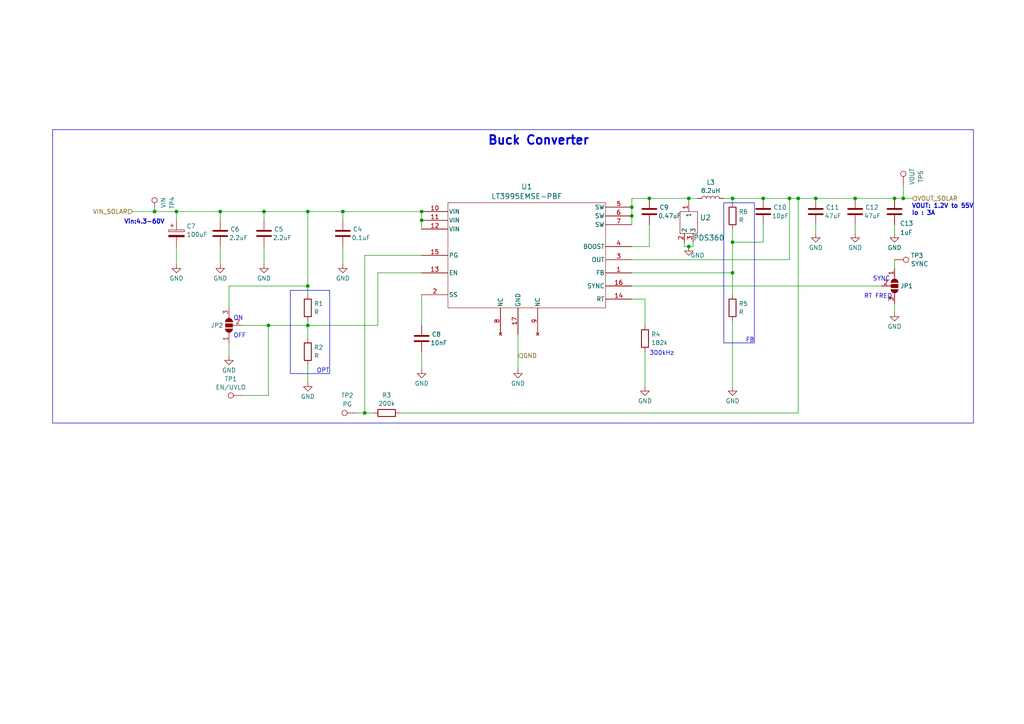
<source format=kicad_sch>
(kicad_sch (version 20230121) (generator eeschema)
  (paper "A4")
  (lib_symbols
    (symbol "Connector:TestPoint" (pin_numbers hide) (pin_names (offset 0.762) hide)
      (property "Reference" "TP" (at 0 6.858 0))
      (property "Value" "TestPoint" (at 0 5.08 0))
      (symbol "TestPoint_0_1"
        (circle (center 0 3.302) (radius 0.762))
      )
      (symbol "TestPoint_1_1"
        (pin passive line (at 0 0 90) (length 2.54) (name "1") (number "1"))
      )
    )
    (symbol "Device:C" (pin_numbers hide) (pin_names (offset 0.254))
      (property "Reference" "C" (at 0.635 2.54 0))
      (property "Value" "C" (at 0.635 -2.54 0))
      (symbol "C_0_1"
        (polyline (pts (xy -2.032 -0.762) (xy 2.032 -0.762)) (stroke (width 0.508)))
        (polyline (pts (xy -2.032 0.762) (xy 2.032 0.762)) (stroke (width 0.508)))
      )
      (symbol "C_1_1"
        (pin passive line (at 0 3.81 270) (length 2.794) (name "~") (number "1"))
        (pin passive line (at 0 -3.81 90) (length 2.794) (name "~") (number "2"))
      )
    )
    (symbol "Device:C_Polarized" (pin_numbers hide) (pin_names (offset 0.254))
      (property "Reference" "C" (at 0.635 2.54 0))
      (property "Value" "C_Polarized" (at 0.635 -2.54 0))
      (symbol "C_Polarized_0_1"
        (rectangle (start -2.286 0.508) (end 2.286 1.016))
        (polyline (pts (xy -1.778 2.286) (xy -0.762 2.286)))
        (polyline (pts (xy -1.27 2.794) (xy -1.27 1.778)))
        (rectangle (start 2.286 -0.508) (end -2.286 -1.016) (fill (type outline)))
      )
      (symbol "C_Polarized_1_1"
        (pin passive line (at 0 3.81 270) (length 2.794) (name "~") (number "1"))
        (pin passive line (at 0 -3.81 90) (length 2.794) (name "~") (number "2"))
      )
    )
    (symbol "Device:L" (pin_numbers hide) (pin_names (offset 1.016) hide)
      (property "Reference" "L" (at -1.27 0 90))
      (property "Value" "L" (at 1.905 0 90))
      (symbol "L_0_1"
        (arc (start 0 -2.54) (mid 0.6323 -1.905) (end 0 -1.27))
        (arc (start 0 -1.27) (mid 0.6323 -0.635) (end 0 0))
        (arc (start 0 0) (mid 0.6323 0.635) (end 0 1.27))
        (arc (start 0 1.27) (mid 0.6323 1.905) (end 0 2.54))
      )
      (symbol "L_1_1"
        (pin passive line (at 0 3.81 270) (length 1.27) (name "1") (number "1"))
        (pin passive line (at 0 -3.81 90) (length 1.27) (name "2") (number "2"))
      )
    )
    (symbol "Device:R" (pin_numbers hide) (pin_names (offset 0))
      (property "Reference" "R" (at 2.032 0 90))
      (property "Value" "R" (at 0 0 90))
      (symbol "R_0_1"
        (rectangle (start -1.016 -2.54) (end 1.016 2.54) (stroke (width 0.254)))
      )
      (symbol "R_1_1"
        (pin passive line (at 0 3.81 270) (length 1.27) (name "~") (number "1"))
        (pin passive line (at 0 -3.81 90) (length 1.27) (name "~") (number "2"))
      )
    )
    (symbol "Jumper:SolderJumper_3_Open" (pin_names (offset 0) hide)
      (property "Reference" "JP" (at -2.54 -2.54 0))
      (property "Value" "SolderJumper_3_Open" (at 0 2.794 0))
      (symbol "SolderJumper_3_Open_0_1"
        (arc (start -1.016 1.016) (mid -2.0276 0) (end -1.016 -1.016))
        (arc (start -1.016 1.016) (mid -2.0276 0) (end -1.016 -1.016) (fill (type outline)))
        (rectangle (start -0.508 1.016) (end 0.508 -1.016) (fill (type outline)))
        (polyline (pts (xy -2.54 0) (xy -2.032 0)))
        (polyline (pts (xy -1.016 1.016) (xy -1.016 -1.016)))
        (polyline (pts (xy 0 -1.27) (xy 0 -1.016)))
        (polyline (pts (xy 1.016 1.016) (xy 1.016 -1.016)))
        (polyline (pts (xy 2.54 0) (xy 2.032 0)))
        (arc (start 1.016 -1.016) (mid 2.0276 0) (end 1.016 1.016))
        (arc (start 1.016 -1.016) (mid 2.0276 0) (end 1.016 1.016) (fill (type outline)))
      )
      (symbol "SolderJumper_3_Open_1_1"
        (pin passive line (at -5.08 0 0) (length 2.54) (name "A") (number "1"))
        (pin passive line (at 0 -3.81 90) (length 2.54) (name "C") (number "2"))
        (pin passive line (at 5.08 0 180) (length 2.54) (name "B") (number "3"))
      )
    )
    (symbol "power:GND" (power) (pin_names (offset 0))
      (property "Value" "GND" (at 0 -3.81 0))
      (symbol "GND_0_1"
        (polyline (pts (xy 0 0) (xy 0 -1.27) (xy 1.27 -1.27) (xy 0 -2.54) (xy -1.27 -1.27) (xy 0 -1.27)))
      )
      (symbol "GND_1_1"
        (pin power_in line (at 0 0 270) (length 0) hide (name "GND") (number "1"))
      )
    )
    (symbol "ul_LT3995EMSE-PBF:LT3995EMSE-PBF" (pin_names (offset 0.254))
      (property "Reference" "U1" (at 30.48 9.7737 0))
      (property "Value" "LT3995EMSE-PBF" (at 30.48 6.9409 0))
      (symbol "LT3995EMSE-PBF_0_1"
        (polyline (pts (xy 7.62 -25.4) (xy 53.34 -25.4)) (stroke (width 0.127)))
        (polyline (pts (xy 7.62 5.08) (xy 7.62 -25.4)) (stroke (width 0.127)))
        (polyline (pts (xy 53.34 -25.4) (xy 53.34 5.08)) (stroke (width 0.127)))
        (polyline (pts (xy 53.34 5.08) (xy 7.62 5.08)) (stroke (width 0.127)))
        (pin unspecified line (at 60.96 -15.24 180) (length 7.62) (name "FB") (number "1"))
        (pin input line (at 0 2.54 0) (length 7.62) (name "VIN") (number "10"))
        (pin input line (at 0 0 0) (length 7.62) (name "VIN") (number "11"))
        (pin input line (at 0 -2.54 0) (length 7.62) (name "VIN") (number "12"))
        (pin unspecified line (at 0 -15.24 0) (length 7.62) (name "EN") (number "13"))
        (pin unspecified line (at 60.96 -22.86 180) (length 7.62) (name "RT") (number "14"))
        (pin unspecified line (at 0 -10.16 0) (length 7.62) (name "PG") (number "15"))
        (pin unspecified line (at 60.96 -19.05 180) (length 7.62) (name "SYNC") (number "16"))
        (pin power_in line (at 27.94 -33.02 90) (length 7.62) (name "GND") (number "17"))
        (pin unspecified line (at 0 -21.59 0) (length 7.62) (name "SS") (number "2"))
        (pin output line (at 60.96 -11.43 180) (length 7.62) (name "OUT") (number "3"))
        (pin unspecified line (at 60.96 -7.62 180) (length 7.62) (name "BOOST") (number "4"))
        (pin unspecified line (at 60.96 3.81 180) (length 7.62) (name "SW") (number "5"))
        (pin unspecified line (at 60.96 1.27 180) (length 7.62) (name "SW") (number "6"))
        (pin unspecified line (at 60.96 -1.27 180) (length 7.62) (name "SW") (number "7"))
        (pin no_connect line (at 22.86 -33.02 90) (length 7.62) (name "NC") (number "8"))
        (pin no_connect line (at 33.655 -33.02 90) (length 7.62) (name "NC") (number "9"))
      )
    )
    (symbol "ul_PDS360-13:PDS360-13" (pin_names (offset 0.254))
      (property "Reference" "U2" (at 9.3786 3.175 90))
      (property "Value" "PDS360-13" (at 12.2114 3.175 90))
      (symbol "PDS360-13_1_1"
        (rectangle (start 7.62 2.54) (end 13.97 -2.54))
        (pin unspecified line (at 5.08 0 0) (length 2.54) (name "1") (number "1"))
        (pin unspecified line (at 16.51 -1.27 180) (length 2.54) (name "2") (number "2"))
        (pin unspecified line (at 16.51 1.27 180) (length 2.54) (name "3") (number "3"))
      )
    )
  )
  (junction (at 44.8284 61.3591))
  (junction (at 105.7884 119.7791))
  (junction (at 188.3384 57.5491))
  (junction (at 76.5784 61.3591))
  (junction (at 51.1784 61.3591))
  (junction (at 77.8484 94.3791))
  (junction (at 183.2584 60.0891))
  (junction (at 89.2784 94.3791))
  (junction (at 228.9784 57.5491))
  (junction (at 212.4684 70.2491))
  (junction (at 261.9984 57.5491))
  (junction (at 63.8784 61.3591))
  (junction (at 212.4684 79.1391))
  (junction (at 248.0284 57.5491))
  (junction (at 122.2984 61.3591))
  (junction (at 221.3584 57.5491))
  (junction (at 89.2784 61.3591))
  (junction (at 212.4684 57.5491))
  (junction (at 236.5984 57.5491))
  (junction (at 259.4584 57.5491))
  (junction (at 199.7684 57.5491))
  (junction (at 89.2784 82.9491))
  (junction (at 122.2984 63.8991))
  (junction (at 231.5184 57.5491))
  (junction (at 199.7684 71.5191))
  (junction (at 99.4384 61.3591))
  (junction (at 183.2584 62.6291))
  (wire (pts (xy 76.5784 63.8991) (xy 76.5784 61.3591)))
  (wire (pts (xy 122.2984 63.8991) (xy 122.2984 66.4391)))
  (wire (pts (xy 76.5784 61.3591) (xy 89.2784 61.3591)))
  (wire (pts (xy 198.4984 71.5191) (xy 198.4984 70.2491)))
  (wire (pts (xy 261.9984 57.5491) (xy 264.5384 57.5491)))
  (wire (pts (xy 212.4684 57.5491) (xy 221.3584 57.5491)))
  (wire (pts (xy 105.7884 74.0591) (xy 122.2984 74.0591)))
  (wire (pts (xy 183.2584 71.5191) (xy 188.3384 71.5191)))
  (wire (pts (xy 70.2284 114.6991) (xy 77.8484 114.6991)))
  (wire (pts (xy 199.7684 71.5191) (xy 198.4984 71.5191)))
  (wire (pts (xy 77.8484 94.3791) (xy 89.2784 94.3791)))
  (wire (pts (xy 183.2584 82.9491) (xy 255.6484 82.9491)))
  (wire (pts (xy 122.2984 61.3591) (xy 122.2984 63.8991)))
  (wire (pts (xy 122.2984 79.1391) (xy 109.5984 79.1391)))
  (wire (pts (xy 63.8784 63.8991) (xy 63.8784 61.3591)))
  (wire (pts (xy 105.7884 74.0591) (xy 105.7884 119.7791)))
  (wire (pts (xy 236.5984 57.5491) (xy 248.0284 57.5491)))
  (wire (pts (xy 183.2584 62.6291) (xy 183.2584 65.1691)))
  (wire (pts (xy 99.4384 71.5191) (xy 99.4384 76.5991)))
  (wire (pts (xy 221.3584 65.1691) (xy 221.3584 70.2491)))
  (wire (pts (xy 209.9284 57.5491) (xy 212.4684 57.5491)))
  (wire (pts (xy 122.2984 85.4891) (xy 122.2984 94.3791)))
  (wire (pts (xy 188.3384 57.5491) (xy 199.7684 57.5491)))
  (wire (pts (xy 89.2784 93.1091) (xy 89.2784 94.3791)))
  (wire (pts (xy 201.0384 70.2491) (xy 201.0384 71.5191)))
  (wire (pts (xy 212.4684 58.8191) (xy 212.4684 57.5491)))
  (wire (pts (xy 89.2784 82.9491) (xy 89.2784 61.3591)))
  (wire (pts (xy 221.3584 70.2491) (xy 212.4684 70.2491)))
  (wire (pts (xy 228.9784 57.5491) (xy 231.5184 57.5491)))
  (wire (pts (xy 183.2584 75.3291) (xy 228.9784 75.3291)))
  (wire (pts (xy 259.4584 75.3291) (xy 259.4584 77.8691)))
  (wire (pts (xy 188.3384 57.5491) (xy 183.2584 57.5491)))
  (wire (pts (xy 105.7884 119.7791) (xy 108.3284 119.7791)))
  (wire (pts (xy 66.4184 82.9491) (xy 89.2784 82.9491)))
  (wire (pts (xy 259.4584 65.1691) (xy 259.4584 67.7091)))
  (wire (pts (xy 89.2784 105.8091) (xy 89.2784 110.8891)))
  (wire (pts (xy 77.8484 114.6991) (xy 77.8484 94.3791)))
  (wire (pts (xy 76.5784 71.5191) (xy 76.5784 76.5991)))
  (wire (pts (xy 212.4684 79.1391) (xy 212.4684 85.4891)))
  (wire (pts (xy 199.7684 57.5491) (xy 202.3084 57.5491)))
  (wire (pts (xy 66.4184 99.4591) (xy 66.4184 103.2691)))
  (wire (pts (xy 63.8784 61.3591) (xy 76.5784 61.3591)))
  (wire (pts (xy 231.5184 57.5491) (xy 236.5984 57.5491)))
  (wire (pts (xy 201.0384 71.5191) (xy 199.7684 71.5191)))
  (wire (pts (xy 109.5984 94.3791) (xy 89.2784 94.3791)))
  (wire (pts (xy 187.0684 101.9991) (xy 187.0684 112.1591)))
  (wire (pts (xy 122.2984 101.9991) (xy 122.2984 107.0791)))
  (wire (pts (xy 183.2584 57.5491) (xy 183.2584 60.0891)))
  (wire (pts (xy 228.9784 75.3291) (xy 228.9784 57.5491)))
  (wire (pts (xy 259.4584 88.0291) (xy 259.4584 90.5691)))
  (wire (pts (xy 248.0284 65.1691) (xy 248.0284 67.7091)))
  (wire (pts (xy 199.7684 58.8191) (xy 199.7684 57.5491)))
  (wire (pts (xy 51.1784 63.8991) (xy 51.1784 61.3591)))
  (wire (pts (xy 89.2784 85.4891) (xy 89.2784 82.9491)))
  (wire (pts (xy 188.3384 71.5191) (xy 188.3384 65.1691)))
  (wire (pts (xy 248.0284 57.5491) (xy 259.4584 57.5491)))
  (wire (pts (xy 51.1784 61.3591) (xy 63.8784 61.3591)))
  (wire (pts (xy 44.8284 61.3591) (xy 51.1784 61.3591)))
  (wire (pts (xy 231.5184 57.5491) (xy 231.5184 119.7791)))
  (wire (pts (xy 212.4684 66.4391) (xy 212.4684 70.2491)))
  (wire (pts (xy 103.2484 119.7791) (xy 105.7884 119.7791)))
  (wire (pts (xy 212.4684 93.1091) (xy 212.4684 112.1591)))
  (wire (pts (xy 70.2284 94.3791) (xy 77.8484 94.3791)))
  (wire (pts (xy 261.9984 53.7391) (xy 261.9984 57.5491)))
  (wire (pts (xy 51.1784 71.5191) (xy 51.1784 76.5991)))
  (wire (pts (xy 231.5184 119.7791) (xy 115.9484 119.7791)))
  (wire (pts (xy 183.2584 86.7591) (xy 187.0684 86.7591)))
  (wire (pts (xy 109.5984 79.1391) (xy 109.5984 94.3791)))
  (wire (pts (xy 38.4784 61.3591) (xy 44.8284 61.3591)))
  (wire (pts (xy 259.4584 57.5491) (xy 261.9984 57.5491)))
  (wire (pts (xy 63.8784 71.5191) (xy 63.8784 76.5991)))
  (wire (pts (xy 89.2784 61.3591) (xy 99.4384 61.3591)))
  (wire (pts (xy 183.2584 60.0891) (xy 183.2584 62.6291)))
  (wire (pts (xy 212.4684 70.2491) (xy 212.4684 79.1391)))
  (wire (pts (xy 66.4184 89.2991) (xy 66.4184 82.9491)))
  (wire (pts (xy 221.3584 57.5491) (xy 228.9784 57.5491)))
  (wire (pts (xy 89.2784 94.3791) (xy 89.2784 98.1891)))
  (wire (pts (xy 150.2384 96.9191) (xy 150.2384 107.0791)))
  (wire (pts (xy 99.4384 63.8991) (xy 99.4384 61.3591)))
  (wire (pts (xy 187.0684 86.7591) (xy 187.0684 94.3791)))
  (wire (pts (xy 183.2584 79.1391) (xy 212.4684 79.1391)))
  (wire (pts (xy 99.4384 61.3591) (xy 122.2984 61.3591)))
  (wire (pts (xy 236.5984 65.1691) (xy 236.5984 67.7091)))
  (rectangle (start 15.2615 37.6096) (end 282.3372 122.6996))
  (rectangle (start 209.9284 58.8191) (end 218.8184 99.4591))
  (rectangle (start 84.1984 84.2191) (end 95.6284 108.3491))
  (text "OFF\n" (at 67.6884 98.1891 0) (effects (font (size 1.27 1.27)) (justify left bottom)))
  (text "OPT" (at 91.8184 108.3491 0) (effects (font (size 1.27 1.27)) (justify left bottom)))
  (text "VOUT: 1.2V to 55V\nIo : 3A\n" (at 264.3969 62.6564 0) (effects (font (size 1.27 1.27) (thickness 0.254) bold) (justify left bottom)))
  (text "SYNC" (at 253.1084 81.6791 0) (effects (font (size 1.27 1.27)) (justify left bottom)))
  (text "FB" (at 216.2784 99.4591 0) (effects (font (size 1.27 1.27)) (justify left bottom)))
  (text "ON" (at 67.6884 93.1091 0) (effects (font (size 1.27 1.27)) (justify left bottom)))
  (text "RT FREQ" (at 250.5684 86.7591 0) (effects (font (size 1.27 1.27)) (justify left bottom)))
  (text "Buck Converter \n" (at 141.3484 42.3091 0) (effects (font (size 2.54 2.54) (thickness 0.508) bold) (justify left bottom)))
  (text "300kHz" (at 188.3384 103.2691 0) (effects (font (size 1.27 1.27)) (justify left bottom)))
  (text "Vin:4.3-60V\n" (at 35.9384 65.1691 0) (effects (font (size 1.27 1.27) (thickness 0.254) bold) (justify left bottom)))
  (hierarchical_label "VOUT_SOLAR" (shape input) (at 264.5384 57.5491 0))
  (hierarchical_label "VIN_SOLAR" (shape input) (at 38.4784 61.3591 180))
  (hierarchical_label "GND" (shape input) (at 150.2384 103.156 0))
  (symbol (lib_id "Device:L") (at 206.1184 57.5491 90) (unit 1)
    (property "Reference" "L3" (at 206.1184 52.8995 90))
    (property "Value" "8.2uH" (at 206.1184 55.3237 90))
    (property "Footprint" "SRP7050WA-8R2M:INDPM7973X540N" (effects hide))
    (instances (project "packetUPS_48VDC-18VDC" (path "" (reference "L3") (unit 1))) (project "packetUPS" (path "" (reference "L9") (unit 1))))
  )
  (symbol (lib_id "Device:R") (at 187.0684 98.1891 180) (unit 1)
    (property "Reference" "R4" (at 188.8464 96.977 0) (effects (justify right)))
    (property "Value" "182k" (at 188.8464 99.4012 0) (effects (justify right)))
    (property "Footprint" "Packetworx Footprints:0603_1608" (effects hide))
    (property "LCSC" "C100826" (effects hide))
    (instances (project "packetUPS_48VDC-18VDC" (path "" (reference "R4") (unit 1))) (project "packetUPS" (path "" (reference "R72") (unit 1))))
  )
  (symbol (lib_id "Device:C") (at 99.4384 67.7091 0) (unit 1)
    (property "Reference" "C4" (at 102.3594 66.497 0) (effects (justify left)))
    (property "Value" "0.1uF" (at 101.9784 68.9791 0) (effects (justify left)))
    (property "Footprint" "Capacitor_SMD:C_0603_1608Metric" (effects hide))
    (property "LCSC" "C1591" (effects hide))
    (instances (project "packetUPS_48VDC-18VDC" (path "" (reference "C4") (unit 1))) (project "packetUPS" (path "" (reference "C77") (unit 1))))
  )
  (symbol (lib_id "power:GND") (at 187.0684 112.1591 0) (unit 1)
    (property "Reference" "#PWR017" (effects hide))
    (property "Value" "GND" (at 187.0684 116.2922 0))
    (instances (project "packetUPS_48VDC-18VDC" (path "" (reference "#PWR017") (unit 1))) (project "packetUPS" (path "" (reference "#PWR0154") (unit 1))))
  )
  (symbol (lib_id "Device:R") (at 89.2784 101.9991 0) (unit 1)
    (property "Reference" "R2" (at 91.0564 100.787 0) (effects (justify left)))
    (property "Value" "R" (at 91.0564 103.2112 0) (effects (justify left)))
    (property "Footprint" "Packetworx Footprints:0603_1608" (effects hide))
    (instances (project "packetUPS_48VDC-18VDC" (path "" (reference "R2") (unit 1))) (project "packetUPS" (path "" (reference "R64") (unit 1))))
  )
  (symbol (lib_id "Device:R") (at 212.4684 62.6291 180) (unit 1)
    (property "Reference" "R6" (at 214.2464 61.417 0) (effects (justify right)))
    (property "Value" "R" (at 214.2464 63.8412 0) (effects (justify right)))
    (property "Footprint" "Packetworx Footprints:0603_1608" (effects hide))
    (instances (project "packetUPS_48VDC-18VDC" (path "" (reference "R6") (unit 1))) (project "packetUPS" (path "" (reference "R76") (unit 1))))
  )
  (symbol (lib_id "power:GND") (at 89.2784 110.8891 0) (unit 1)
    (property "Reference" "#PWR012" (effects hide))
    (property "Value" "GND" (at 89.2784 115.0222 0))
    (instances (project "packetUPS_48VDC-18VDC" (path "" (reference "#PWR012") (unit 1))) (project "packetUPS" (path "" (reference "#PWR0150") (unit 1))))
  )
  (symbol (lib_id "ul_LT3995EMSE-PBF:LT3995EMSE-PBF") (at 122.2984 63.8991 0) (unit 1)
    (property "Reference" "U1" (at 152.7784 54.1254 0) (effects (font (size 1.524 1.524))))
    (property "Value" "LT3995EMSE-PBF" (at 152.7784 56.9582 0) (effects (font (size 1.524 1.524))))
    (property "Footprint" "ul_LT3995EMSE-PBF:MSOP-16_MSE_LIT" (effects hide))
    (property "Datasheet" "LT3995EMSE-PBF" (effects hide))
    (property "LCSC" "C580173" (effects hide))
    (instances (project "packetUPS_48VDC-18VDC" (path "" (reference "U1") (unit 1))) (project "packetUPS" (path "" (reference "U15") (unit 1))))
  )
  (symbol (lib_id "power:GND") (at 63.8784 76.5991 0) (unit 1)
    (property "Reference" "#PWR010" (effects hide))
    (property "Value" "GND" (at 63.8784 80.7322 0))
    (instances (project "packetUPS_48VDC-18VDC" (path "" (reference "#PWR010") (unit 1))) (project "packetUPS" (path "" (reference "#PWR0147") (unit 1))))
  )
  (symbol (lib_id "Device:C") (at 76.5784 67.7091 0) (unit 1)
    (property "Reference" "C5" (at 79.4994 66.497 0) (effects (justify left)))
    (property "Value" "2.2uF" (at 79.1184 68.9791 0) (effects (justify left)))
    (property "Footprint" "Capacitor_SMD:C_1210_3225Metric_Pad1.33x2.70mm_HandSolder" (effects hide))
    (property "LCSC" "C153036" (effects hide))
    (instances (project "packetUPS_48VDC-18VDC" (path "" (reference "C5") (unit 1))) (project "packetUPS" (path "" (reference "C76") (unit 1))))
  )
  (symbol (lib_id "power:GND") (at 51.1784 76.5991 0) (unit 1)
    (property "Reference" "#PWR09" (effects hide))
    (property "Value" "GND" (at 51.1784 80.7322 0))
    (instances (project "packetUPS_48VDC-18VDC" (path "" (reference "#PWR09") (unit 1))) (project "packetUPS" (path "" (reference "#PWR0100") (unit 1))))
  )
  (symbol (lib_id "Device:C") (at 236.5984 61.3591 0) (unit 1)
    (property "Reference" "C11" (at 239.5194 60.147 0) (effects (justify left)))
    (property "Value" "47uF" (at 239.1384 62.6291 0) (effects (justify left)))
    (property "Footprint" "Capacitor_SMD:C_1210_3225Metric_Pad1.33x2.70mm_HandSolder" (effects hide))
    (property "LCSC" "C90142" (effects hide))
    (instances (project "packetUPS_48VDC-18VDC" (path "" (reference "C11") (unit 1))) (project "packetUPS" (path "" (reference "C81") (unit 1))))
  )
  (symbol (lib_id "Device:C") (at 63.8784 67.7091 0) (unit 1)
    (property "Reference" "C6" (at 66.7994 66.497 0) (effects (justify left)))
    (property "Value" "2.2uF" (at 66.4184 68.9791 0) (effects (justify left)))
    (property "Footprint" "Capacitor_SMD:C_1210_3225Metric_Pad1.33x2.70mm_HandSolder" (effects hide))
    (property "LCSC" "C153036" (effects hide))
    (instances (project "packetUPS_48VDC-18VDC" (path "" (reference "C6") (unit 1))) (project "packetUPS" (path "" (reference "C75") (unit 1))))
  )
  (symbol (lib_id "Device:C") (at 259.4584 61.3591 0) (unit 1)
    (property "Reference" "C13" (at 261.0015 64.8036 0) (effects (justify left)))
    (property "Value" "1uF" (at 261.0514 67.45 0) (effects (justify left)))
    (property "Footprint" "Capacitor_SMD:C_0603_1608Metric" (effects hide))
    (property "LCSC" "C2857982" (effects hide))
    (instances (project "packetUPS_48VDC-18VDC" (path "" (reference "C13") (unit 1))) (project "packetUPS" (path "" (reference "C83") (unit 1))))
  )
  (symbol (lib_id "power:GND") (at 199.7684 71.5191 0) (unit 1)
    (property "Reference" "#PWR020" (effects hide))
    (property "Value" "GND" (at 202.3084 74.0591 0))
    (instances (project "packetUPS_48VDC-18VDC" (path "" (reference "#PWR020") (unit 1))) (project "packetUPS" (path "" (reference "#PWR0155") (unit 1))))
  )
  (symbol (lib_id "Connector:TestPoint") (at 44.8284 61.3591 0) (unit 1)
    (property "Reference" "TP4" (at 49.9084 58.8191 90))
    (property "Value" "VIN" (at 47.3684 58.8191 90))
    (property "Footprint" "TestPoint:TestPoint_Pad_D1.5mm" (effects hide))
    (instances (project "packetUPS_48VDC-18VDC" (path "" (reference "TP4") (unit 1))) (project "packetUPS" (path "" (reference "TP5") (unit 1))))
  )
  (symbol (lib_id "Device:R") (at 89.2784 89.2991 0) (unit 1)
    (property "Reference" "R1" (at 91.0564 88.087 0) (effects (justify left)))
    (property "Value" "R" (at 91.0564 90.5112 0) (effects (justify left)))
    (property "Footprint" "Packetworx Footprints:0603_1608" (effects hide))
    (instances (project "packetUPS_48VDC-18VDC" (path "" (reference "R1") (unit 1))) (project "packetUPS" (path "" (reference "R63") (unit 1))))
  )
  (symbol (lib_id "power:GND") (at 99.4384 76.5991 0) (unit 1)
    (property "Reference" "#PWR014" (effects hide))
    (property "Value" "GND" (at 99.4384 80.7322 0))
    (instances (project "packetUPS_48VDC-18VDC" (path "" (reference "#PWR014") (unit 1))) (project "packetUPS" (path "" (reference "#PWR0151") (unit 1))))
  )
  (symbol (lib_id "Jumper:SolderJumper_3_Open") (at 66.4184 94.3791 90) (unit 1)
    (property "Reference" "JP2" (at 64.7675 94.3791 90) (effects (justify left)))
    (property "Value" "SolderJumper_3_Open" (effects hide))
    (property "Footprint" "Jumper:SolderJumper-3_P1.3mm_Open_RoundedPad1.0x1.5mm" (effects hide))
    (instances (project "packetUPS_48VDC-18VDC" (path "" (reference "JP2") (unit 1))) (project "packetUPS" (path "" (reference "JP4") (unit 1))))
  )
  (symbol (lib_id "power:GND") (at 122.2984 107.0791 0) (unit 1)
    (property "Reference" "#PWR015" (effects hide))
    (property "Value" "GND" (at 122.2984 111.2122 0))
    (instances (project "packetUPS_48VDC-18VDC" (path "" (reference "#PWR015") (unit 1))) (project "packetUPS" (path "" (reference "#PWR0152") (unit 1))))
  )
  (symbol (lib_id "power:GND") (at 150.2384 107.0791 0) (unit 1)
    (property "Reference" "#PWR016" (effects hide))
    (property "Value" "GND" (at 150.2384 111.2122 0))
    (instances (project "packetUPS_48VDC-18VDC" (path "" (reference "#PWR016") (unit 1))) (project "packetUPS" (path "" (reference "#PWR0153") (unit 1))))
  )
  (symbol (lib_id "Connector:TestPoint") (at 259.4584 75.3291 270) (unit 1)
    (property "Reference" "TP3" (at 264.1574 74.117 90) (effects (justify left)))
    (property "Value" "SYNC" (at 264.1574 76.5412 90) (effects (justify left)))
    (property "Footprint" "TestPoint:TestPoint_Pad_D1.0mm" (effects hide))
    (instances (project "packetUPS_48VDC-18VDC" (path "" (reference "TP3") (unit 1))) (project "packetUPS" (path "" (reference "TP31") (unit 1))))
  )
  (symbol (lib_id "ul_PDS360-13:PDS360-13") (at 199.7684 53.7391 270) (unit 1)
    (property "Reference" "U2" (at 202.9434 63.1177 90) (effects (font (size 1.524 1.524)) (justify left)))
    (property "Value" "PDS360" (at 201.0384 68.9791 90) (effects (font (size 1.524 1.524)) (justify left)))
    (property "Footprint" "ul_PDS360-13:PDS360-13_DIO" (effects hide))
    (property "Datasheet" "PDS360-13" (effects hide))
    (property "LCSC" "C397957" (effects hide))
    (instances (project "packetUPS_48VDC-18VDC" (path "" (reference "U2") (unit 1))) (project "packetUPS" (path "" (reference "U16") (unit 1))))
  )
  (symbol (lib_id "power:GND") (at 248.0284 67.7091 0) (unit 1)
    (property "Reference" "#PWR022" (effects hide))
    (property "Value" "GND" (at 248.0284 71.8422 0))
    (instances (project "packetUPS_48VDC-18VDC" (path "" (reference "#PWR022") (unit 1))) (project "packetUPS" (path "" (reference "#PWR0158") (unit 1))))
  )
  (symbol (lib_id "Device:C") (at 248.0284 61.3591 0) (unit 1)
    (property "Reference" "C12" (at 250.9494 60.147 0) (effects (justify left)))
    (property "Value" "47uF" (at 250.5684 62.6291 0) (effects (justify left)))
    (property "Footprint" "Capacitor_SMD:C_1210_3225Metric_Pad1.33x2.70mm_HandSolder" (effects hide))
    (property "LCSC" "C90142" (effects hide))
    (instances (project "packetUPS_48VDC-18VDC" (path "" (reference "C12") (unit 1))) (project "packetUPS" (path "" (reference "C82") (unit 1))))
  )
  (symbol (lib_id "Connector:TestPoint") (at 103.2484 119.7791 90) (unit 1)
    (property "Reference" "TP2" (at 100.7084 114.6991 90))
    (property "Value" "PG" (at 100.7084 117.2391 90))
    (property "Footprint" "TestPoint:TestPoint_Pad_D1.0mm" (effects hide))
    (instances (project "packetUPS_48VDC-18VDC" (path "" (reference "TP2") (unit 1))) (project "packetUPS" (path "" (reference "TP30") (unit 1))))
  )
  (symbol (lib_id "power:GND") (at 212.4684 112.1591 0) (unit 1)
    (property "Reference" "#PWR019" (effects hide))
    (property "Value" "GND" (at 212.4684 116.2922 0))
    (instances (project "packetUPS_48VDC-18VDC" (path "" (reference "#PWR019") (unit 1))) (project "packetUPS" (path "" (reference "#PWR0156") (unit 1))))
  )
  (symbol (lib_id "Device:C") (at 221.3584 61.3591 0) (unit 1)
    (property "Reference" "C10" (at 224.2794 60.147 0) (effects (justify left)))
    (property "Value" "10pF" (at 223.8984 62.6291 0) (effects (justify left)))
    (property "Footprint" "Capacitor_SMD:C_0603_1608Metric" (effects hide))
    (property "LCSC" "C91367" (effects hide))
    (instances (project "packetUPS_48VDC-18VDC" (path "" (reference "C10") (unit 1))) (project "packetUPS" (path "" (reference "C80") (unit 1))))
  )
  (symbol (lib_id "Device:R") (at 212.4684 89.2991 180) (unit 1)
    (property "Reference" "R5" (at 214.2464 88.087 0) (effects (justify right)))
    (property "Value" "R" (at 214.2464 90.5112 0) (effects (justify right)))
    (property "Footprint" "Packetworx Footprints:0603_1608" (effects hide))
    (instances (project "packetUPS_48VDC-18VDC" (path "" (reference "R5") (unit 1))) (project "packetUPS" (path "" (reference "R77") (unit 1))))
  )
  (symbol (lib_id "Jumper:SolderJumper_3_Open") (at 259.4584 82.9491 270) (unit 1)
    (property "Reference" "JP1" (at 261.1094 82.9491 90) (effects (justify left)))
    (property "Value" "SolderJumper_3_Open" (effects hide))
    (property "Footprint" "Jumper:SolderJumper-3_P1.3mm_Open_RoundedPad1.0x1.5mm" (effects hide))
    (instances (project "packetUPS_48VDC-18VDC" (path "" (reference "JP1") (unit 1))) (project "packetUPS" (path "" (reference "JP6") (unit 1))))
  )
  (symbol (lib_id "power:GND") (at 66.4184 103.2691 0) (unit 1)
    (property "Reference" "#PWR013" (effects hide))
    (property "Value" "GND" (at 66.4184 107.4022 0))
    (instances (project "packetUPS_48VDC-18VDC" (path "" (reference "#PWR013") (unit 1))) (project "packetUPS" (path "" (reference "#PWR0148") (unit 1))))
  )
  (symbol (lib_id "Connector:TestPoint") (at 70.2284 114.6991 90) (unit 1)
    (property "Reference" "TP1" (at 66.9264 109.9198 90))
    (property "Value" "EN/UVLO" (at 66.9264 112.344 90))
    (property "Footprint" "TestPoint:TestPoint_Pad_D1.5mm" (effects hide))
    (instances (project "packetUPS_48VDC-18VDC" (path "" (reference "TP1") (unit 1))) (project "packetUPS" (path "" (reference "TP6") (unit 1))))
  )
  (symbol (lib_id "power:GND") (at 236.5984 67.7091 0) (unit 1)
    (property "Reference" "#PWR021" (effects hide))
    (property "Value" "GND" (at 236.5984 71.8422 0))
    (instances (project "packetUPS_48VDC-18VDC" (path "" (reference "#PWR021") (unit 1))) (project "packetUPS" (path "" (reference "#PWR0157") (unit 1))))
  )
  (symbol (lib_id "Device:C_Polarized") (at 51.1784 67.7091 0) (unit 1)
    (property "Reference" "C7" (at 54.0994 65.608 0) (effects (justify left)))
    (property "Value" "100uF" (at 54.0994 68.0322 0) (effects (justify left)))
    (property "Footprint" "ul_EMVE101ARA101MKE0S100uf:CHEMI-KE0" (effects hide))
    (property "Datasheet" "https://www.nichicon.co.jp/english/series_items/catalog_pdf/e-uux.pdf" (effects hide))
    (property "LCSC" "C2163618" (effects hide))
    (instances (project "packetUPS_48VDC-18VDC" (path "" (reference "C7") (unit 1))) (project "packetUPS" (path "" (reference "C74") (unit 1))))
  )
  (symbol (lib_id "Device:R") (at 112.1384 119.7791 90) (unit 1)
    (property "Reference" "R3" (at 112.1384 114.6188 90))
    (property "Value" "200k" (at 112.1384 117.043 90))
    (property "Footprint" "Packetworx Footprints:0603_1608" (effects hide))
    (property "LCSC" "C105574" (effects hide))
    (instances (project "packetUPS_48VDC-18VDC" (path "" (reference "R3") (unit 1))) (project "packetUPS" (path "" (reference "R71") (unit 1))))
  )
  (symbol (lib_id "power:GND") (at 76.5784 76.5991 0) (unit 1)
    (property "Reference" "#PWR011" (effects hide))
    (property "Value" "GND" (at 76.5784 80.7322 0))
    (instances (project "packetUPS_48VDC-18VDC" (path "" (reference "#PWR011") (unit 1))) (project "packetUPS" (path "" (reference "#PWR0149") (unit 1))))
  )
  (symbol (lib_id "Device:C") (at 188.3384 61.3591 0) (unit 1)
    (property "Reference" "C9" (at 191.2594 60.147 0) (effects (justify left)))
    (property "Value" "0.47uF" (at 190.8784 62.6291 0) (effects (justify left)))
    (property "Footprint" "Capacitor_SMD:C_0603_1608Metric" (effects hide))
    (property "LCSC" "C326058" (effects hide))
    (instances (project "packetUPS_48VDC-18VDC" (path "" (reference "C9") (unit 1))) (project "packetUPS" (path "" (reference "C79") (unit 1))))
  )
  (symbol (lib_id "power:GND") (at 259.4584 67.7091 0) (unit 1)
    (property "Reference" "#PWR023" (effects hide))
    (property "Value" "GND" (at 259.4584 71.8422 0))
    (instances (project "packetUPS_48VDC-18VDC" (path "" (reference "#PWR023") (unit 1))) (project "packetUPS" (path "" (reference "#PWR0159") (unit 1))))
  )
  (symbol (lib_id "Connector:TestPoint") (at 261.9984 53.7391 0) (unit 1)
    (property "Reference" "TP5" (at 267.0784 51.1991 90))
    (property "Value" "VOUT" (at 264.5384 51.1991 90))
    (property "Footprint" "TestPoint:TestPoint_Pad_D1.0mm" (effects hide))
    (instances (project "packetUPS_48VDC-18VDC" (path "" (reference "TP5") (unit 1))) (project "packetUPS" (path "" (reference "TP32") (unit 1))))
  )
  (symbol (lib_id "Device:C") (at 122.2984 98.1891 0) (unit 1)
    (property "Reference" "C8" (at 125.2194 96.977 0) (effects (justify left)))
    (property "Value" "10nF" (at 124.8384 99.4591 0) (effects (justify left)))
    (property "Footprint" "Capacitor_SMD:C_0603_1608Metric" (effects hide))
    (property "LCSC" " C519510" (effects hide))
    (instances (project "packetUPS_48VDC-18VDC" (path "" (reference "C8") (unit 1))) (project "packetUPS" (path "" (reference "C78") (unit 1))))
  )
  (symbol (lib_id "power:GND") (at 259.4584 90.5691 0) (unit 1)
    (property "Reference" "#PWR018" (effects hide))
    (property "Value" "GND" (at 259.4584 94.7022 0))
    (instances (project "packetUPS_48VDC-18VDC" (path "" (reference "#PWR018") (unit 1))) (project "packetUPS" (path "" (reference "#PWR0160") (unit 1))))
  )
)
</source>
